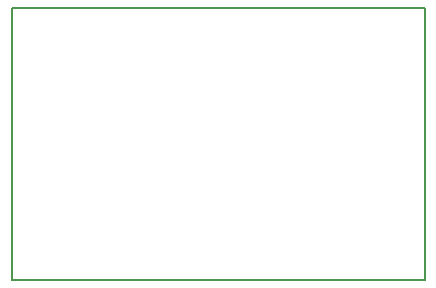
<source format=gm1>
G04 #@! TF.GenerationSoftware,KiCad,Pcbnew,7.0.2*
G04 #@! TF.CreationDate,2023-10-22T17:07:00+02:00*
G04 #@! TF.ProjectId,aansturing lamp pcb,61616e73-7475-4726-996e-67206c616d70,rev?*
G04 #@! TF.SameCoordinates,Original*
G04 #@! TF.FileFunction,Profile,NP*
%FSLAX46Y46*%
G04 Gerber Fmt 4.6, Leading zero omitted, Abs format (unit mm)*
G04 Created by KiCad (PCBNEW 7.0.2) date 2023-10-22 17:07:00*
%MOMM*%
%LPD*%
G01*
G04 APERTURE LIST*
G04 #@! TA.AperFunction,Profile*
%ADD10C,0.200000*%
G04 #@! TD*
G04 APERTURE END LIST*
D10*
X80000000Y-72000000D02*
X115000000Y-72000000D01*
X115000000Y-95000000D01*
X80000000Y-95000000D01*
X80000000Y-72000000D01*
M02*

</source>
